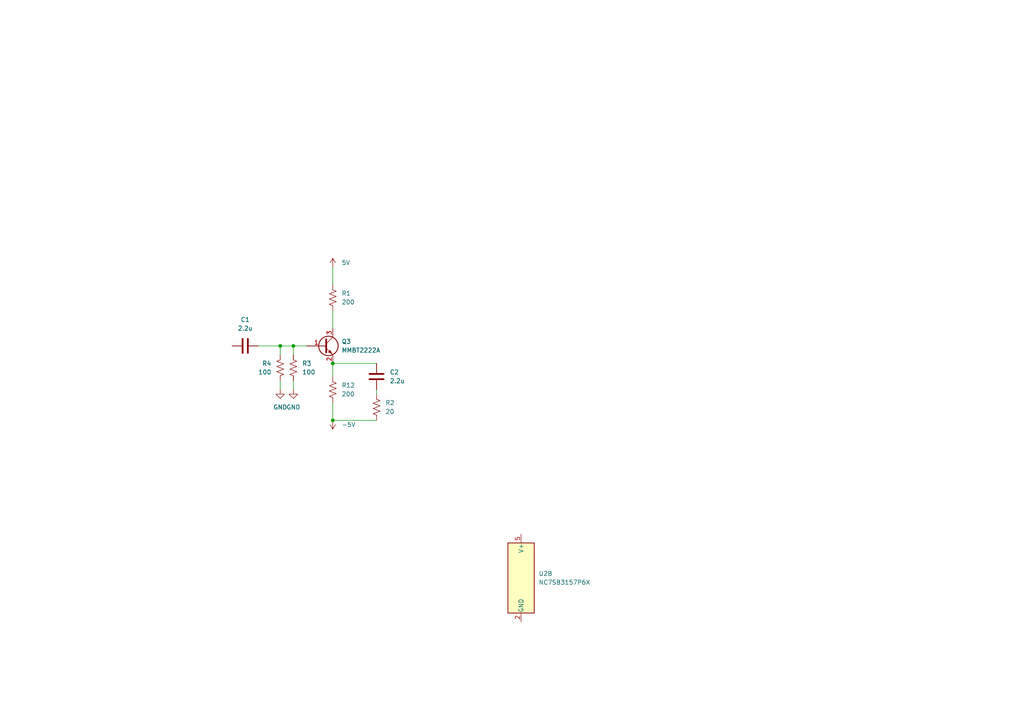
<source format=kicad_sch>
(kicad_sch (version 20231120) (generator "eeschema") (generator_version "8.0")
  (paper "A4")
  (lib_symbols
    (symbol "Analog_Switch:NC7SB3157P6X" (pin_names (offset 0.127))
      (property "Reference" "U" (at -3.175 7.239 0))
      (property "Value" "NC7SB3157P6X" (at -3.175 5.461 0))
      (symbol "NC7SB3157P6X_1_1"
        (rectangle (start -3.81 4.445) (end 3.81 -4.445) (stroke (width 0.254)) (fill (type background)))
        (circle (center -2.159 0) (radius 0.508) (stroke (width 0.254)))
        (polyline (pts (xy -5.08 0) (xy -2.794 0)))
        (polyline (pts (xy -1.651 0.127) (xy 2.54 1.905)) (stroke (width 0.254)))
        (polyline (pts (xy 0 -5.08) (xy 0 -4.572)))
        (polyline (pts (xy 0 -4.318) (xy 0 -4.064)))
        (polyline (pts (xy 0 -3.81) (xy 0 -3.556)))
        (polyline (pts (xy 0 -3.302) (xy 0 -3.048)))
        (polyline (pts (xy 0 -2.794) (xy 0 -2.54)))
        (polyline (pts (xy 0 -2.286) (xy 0 -2.032)))
        (polyline (pts (xy 0 -1.778) (xy 0 -1.524)))
        (polyline (pts (xy 0 -1.27) (xy 0 -1.016)))
        (polyline (pts (xy 0 -0.762) (xy 0 -0.508)))
        (polyline (pts (xy 0 -0.254) (xy 0 0)))
        (polyline (pts (xy 0 0.254) (xy 0 0.508)))
        (polyline (pts (xy 0 0.254) (xy 0 0.508)))
        (polyline (pts (xy 5.08 -2.54) (xy 2.794 -2.54)))
        (polyline (pts (xy 5.08 2.54) (xy 2.794 2.54)))
        (circle (center 2.159 -2.54) (radius 0.508) (stroke (width 0.254)))
        (circle (center 2.159 2.54) (radius 0.508) (stroke (width 0.254)))
        (pin passive line (at 7.62 -2.54 180) (length 2.54) (name "~") (number "1"))
        (pin passive line (at 7.62 2.54 180) (length 2.54) (name "~") (number "3"))
        (pin passive line (at -7.62 0 0) (length 2.54) (name "~") (number "4"))
        (pin input line (at 0 -7.62 90) (length 2.54) (name "~") (number "6"))
      )
      (symbol "NC7SB3157P6X_2_0"
        (pin power_in line (at 0 -12.7 90) (length 2.54) (name "GND") (number "2"))
        (pin power_in line (at 0 12.7 270) (length 2.54) (name "V+") (number "5"))
      )
      (symbol "NC7SB3157P6X_2_1"
        (rectangle (start -3.81 10.16) (end 3.81 -10.16) (stroke (width 0.254)) (fill (type background)))
      )
    )
    (symbol "Device:C" (pin_numbers hide) (pin_names (offset 0.254))
      (property "Reference" "C" (at 0.635 2.54 0))
      (property "Value" "C" (at 0.635 -2.54 0))
      (symbol "C_0_1"
        (polyline (pts (xy -2.032 -0.762) (xy 2.032 -0.762)) (stroke (width 0.508)))
        (polyline (pts (xy -2.032 0.762) (xy 2.032 0.762)) (stroke (width 0.508)))
      )
      (symbol "C_1_1"
        (pin passive line (at 0 3.81 270) (length 2.794) (name "~") (number "1"))
        (pin passive line (at 0 -3.81 90) (length 2.794) (name "~") (number "2"))
      )
    )
    (symbol "Device:R_US" (pin_numbers hide) (pin_names (offset 0))
      (property "Reference" "R" (at 2.54 0 90))
      (property "Value" "R_US" (at -2.54 0 90))
      (symbol "R_US_0_1"
        (polyline (pts (xy 0 -2.286) (xy 0 -2.54)))
        (polyline (pts (xy 0 2.286) (xy 0 2.54)))
        (polyline (pts (xy 0 -0.762) (xy 1.016 -1.143) (xy 0 -1.524) (xy -1.016 -1.905) (xy 0 -2.286)))
        (polyline (pts (xy 0 0.762) (xy 1.016 0.381) (xy 0 0) (xy -1.016 -0.381) (xy 0 -0.762)))
        (polyline (pts (xy 0 2.286) (xy 1.016 1.905) (xy 0 1.524) (xy -1.016 1.143) (xy 0 0.762)))
      )
      (symbol "R_US_1_1"
        (pin passive line (at 0 3.81 270) (length 1.27) (name "~") (number "1"))
        (pin passive line (at 0 -3.81 90) (length 1.27) (name "~") (number "2"))
      )
    )
    (symbol "Transistor_BJT:MMBT2222A" (pin_names (offset 0) hide)
      (property "Reference" "Q" (at 5.08 1.905 0))
      (property "Value" "MMBT2222A" (at 5.08 0 0))
      (symbol "MMBT2222A_0_1"
        (polyline (pts (xy 0.635 0.635) (xy 2.54 2.54)))
        (polyline (pts (xy 0.635 -0.635) (xy 2.54 -2.54) (xy 2.54 -2.54)))
        (polyline (pts (xy 0.635 1.905) (xy 0.635 -1.905) (xy 0.635 -1.905)) (stroke (width 0.508)))
        (polyline (pts (xy 1.27 -1.778) (xy 1.778 -1.27) (xy 2.286 -2.286) (xy 1.27 -1.778) (xy 1.27 -1.778)) (fill (type outline)))
        (circle (center 1.27 0) (radius 2.8194) (stroke (width 0.254)))
      )
      (symbol "MMBT2222A_1_1"
        (pin input line (at -5.08 0 0) (length 5.715) (name "B") (number "1"))
        (pin passive line (at 2.54 -5.08 90) (length 2.54) (name "E") (number "2"))
        (pin passive line (at 2.54 5.08 270) (length 2.54) (name "C") (number "3"))
      )
    )
    (symbol "power:+15V" (power) (pin_numbers hide) (pin_names (offset 0) hide)
      (property "Value" "+15V" (at 0 3.556 0))
      (symbol "+15V_0_1"
        (polyline (pts (xy -0.762 1.27) (xy 0 2.54)))
        (polyline (pts (xy 0 0) (xy 0 2.54)))
        (polyline (pts (xy 0 2.54) (xy 0.762 1.27)))
      )
      (symbol "+15V_1_1"
        (pin power_in line (at 0 0 90) (length 0) (name "~") (number "1"))
      )
    )
    (symbol "power:GND" (power) (pin_numbers hide) (pin_names (offset 0) hide)
      (property "Value" "GND" (at 0 -3.81 0))
      (symbol "GND_0_1"
        (polyline (pts (xy 0 0) (xy 0 -1.27) (xy 1.27 -1.27) (xy 0 -2.54) (xy -1.27 -1.27) (xy 0 -1.27)))
      )
      (symbol "GND_1_1"
        (pin power_in line (at 0 0 270) (length 0) (name "~") (number "1"))
      )
    )
  )
  (junction (at 81.28 100.33))
  (junction (at 85.09 100.33))
  (junction (at 96.52 105.41))
  (junction (at 96.52 121.92))
  (wire (pts (xy 74.93 100.33) (xy 81.28 100.33)))
  (wire (pts (xy 85.09 113.03) (xy 85.09 110.49)))
  (wire (pts (xy 85.09 100.33) (xy 88.9 100.33)))
  (wire (pts (xy 96.52 121.92) (xy 96.52 116.84)))
  (wire (pts (xy 96.52 121.92) (xy 109.22 121.92)))
  (wire (pts (xy 81.28 100.33) (xy 81.28 102.87)))
  (wire (pts (xy 81.28 100.33) (xy 85.09 100.33)))
  (wire (pts (xy 96.52 95.25) (xy 96.52 90.17)))
  (wire (pts (xy 96.52 105.41) (xy 109.22 105.41)))
  (wire (pts (xy 81.28 113.03) (xy 81.28 110.49)))
  (wire (pts (xy 96.52 77.47) (xy 96.52 82.55)))
  (wire (pts (xy 96.52 109.22) (xy 96.52 105.41)))
  (wire (pts (xy 85.09 100.33) (xy 85.09 102.87)))
  (wire (pts (xy 109.22 113.03) (xy 109.22 114.3)))
  (symbol (lib_id "Device:R_US") (at 96.52 86.36 0) (unit 1)
    (property "Reference" "R1" (at 99.06 85.0899 0) (effects (justify left)))
    (property "Value" "200" (at 99.06 87.6299 0) (effects (justify left)))
    (property "Footprint" "Resistor_SMD:R_0603_1608Metric_Pad0.98x0.95mm_HandSolder" (effects (hide yes)))
    (property "Description" "Resistor, US symbol" (effects (hide yes)))
  )
  (symbol (lib_id "Device:R_US") (at 85.09 106.68 0) (unit 1)
    (property "Reference" "R3" (at 87.63 105.4099 0) (effects (justify left)))
    (property "Value" "100" (at 87.63 107.9499 0) (effects (justify left)))
    (property "Footprint" "Resistor_SMD:R_0603_1608Metric_Pad0.98x0.95mm_HandSolder" (effects (hide yes)))
    (property "Description" "Resistor, US symbol" (effects (hide yes)))
  )
  (symbol (lib_id "power:+15V") (at 96.52 77.47 0) (unit 1)
    (property "Reference" "#PWR01" (effects (hide yes)))
    (property "Value" "5V" (at 99.06 76.1999 0) (effects (justify left)))
    (property "Description" "Power symbol creates a global label with name \"+15V\"" (effects (hide yes)))
  )
  (symbol (lib_id "power:GND") (at 85.09 113.03 0) (unit 1)
    (property "Reference" "#PWR02" (effects (hide yes)))
    (property "Value" "GND" (at 85.09 118.11 0))
    (property "Description" "Power symbol creates a global label with name \"GND\" , ground" (effects (hide yes)))
  )
  (symbol (lib_id "Analog_Switch:NC7SB3157P6X") (at 151.13 167.64 0) (unit 2)
    (property "Reference" "U2" (at 156.21 166.3699 0) (effects (justify left)))
    (property "Value" "NC7SB3157P6X" (at 156.21 168.9099 0) (effects (justify left)))
    (property "Footprint" "Package_TO_SOT_SMD:SOT-363_SC-70-6_Handsoldering" (effects (hide yes)))
    (property "Datasheet" "https://www.onsemi.com/pub/Collateral/NC7SB3157-D.PDF" (effects (hide yes)))
    (property "Description" "Single SPDT Low-Voltage Analog Switch or 2:1 Multiplexer/De-Multiplexer Bus Switch, 10Ohm Ron, SC-70-6" (effects (hide yes)))
  )
  (symbol (lib_id "Device:R_US") (at 96.52 113.03 0) (unit 1)
    (property "Reference" "R12" (at 99.06 111.7599 0) (effects (justify left)))
    (property "Value" "200" (at 99.06 114.2999 0) (effects (justify left)))
    (property "Footprint" "Resistor_SMD:R_0603_1608Metric_Pad0.98x0.95mm_HandSolder" (effects (hide yes)))
    (property "Description" "Resistor, US symbol" (effects (hide yes)))
  )
  (symbol (lib_id "Device:C") (at 109.22 109.22 180) (unit 1)
    (property "Reference" "C2" (at 113.03 107.9499 0) (effects (justify right)))
    (property "Value" "2.2u" (at 113.03 110.4899 0) (effects (justify right)))
    (property "Footprint" "Capacitor_SMD:C_1206_3216Metric_Pad1.33x1.80mm_HandSolder" (effects (hide yes)))
    (property "Description" "Unpolarized capacitor" (effects (hide yes)))
  )
  (symbol (lib_id "Device:R_US") (at 109.22 118.11 0) (unit 1)
    (property "Reference" "R2" (at 111.76 116.8399 0) (effects (justify left)))
    (property "Value" "20" (at 111.76 119.3799 0) (effects (justify left)))
    (property "Footprint" "Resistor_SMD:R_0603_1608Metric_Pad0.98x0.95mm_HandSolder" (effects (hide yes)))
    (property "Description" "Resistor, US symbol" (effects (hide yes)))
  )
  (symbol (lib_id "power:GND") (at 81.28 113.03 0) (unit 1)
    (property "Reference" "#PWR03" (effects (hide yes)))
    (property "Value" "GND" (at 81.28 118.11 0))
    (property "Description" "Power symbol creates a global label with name \"GND\" , ground" (effects (hide yes)))
  )
  (symbol (lib_id "power:+15V") (at 96.52 121.92 180) (unit 1)
    (property "Reference" "#PWR05" (effects (hide yes)))
    (property "Value" "-5V" (at 99.06 123.1899 0) (effects (justify right)))
    (property "Description" "Power symbol creates a global label with name \"+15V\"" (effects (hide yes)))
  )
  (symbol (lib_id "Transistor_BJT:MMBT2222A") (at 93.98 100.33 0) (unit 1)
    (property "Reference" "Q3" (at 99.06 99.0599 0) (effects (justify left)))
    (property "Value" "MMBT2222A" (at 99.06 101.5999 0) (effects (justify left)))
    (property "Footprint" "Package_TO_SOT_SMD:SOT-23" (effects (hide yes)))
    (property "Datasheet" "https://assets.nexperia.com/documents/data-sheet/MMBT2222A.pdf" (effects (hide yes)))
    (property "Description" "600mA Ic, 40V Vce, NPN Transistor, SOT-23" (effects (hide yes)))
  )
  (symbol (lib_id "Device:C") (at 71.12 100.33 90) (unit 1)
    (property "Reference" "C1" (at 71.12 92.71 90))
    (property "Value" "2.2u" (at 71.12 95.25 90))
    (property "Footprint" "Capacitor_SMD:C_1206_3216Metric_Pad1.33x1.80mm_HandSolder" (effects (hide yes)))
    (property "Description" "Unpolarized capacitor" (effects (hide yes)))
  )
  (symbol (lib_id "Device:R_US") (at 81.28 106.68 0) (mirror y) (unit 1)
    (property "Reference" "R4" (at 78.74 105.4099 0) (effects (justify left)))
    (property "Value" "100" (at 78.74 107.9499 0) (effects (justify left)))
    (property "Footprint" "Resistor_SMD:R_0603_1608Metric_Pad0.98x0.95mm_HandSolder" (effects (hide yes)))
    (property "Description" "Resistor, US symbol" (effects (hide yes)))
  )
)
</source>
